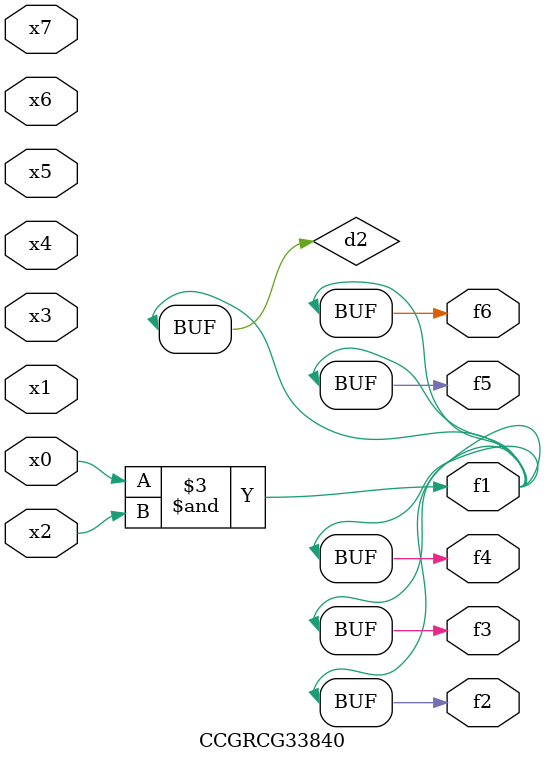
<source format=v>
module CCGRCG33840(
	input x0, x1, x2, x3, x4, x5, x6, x7,
	output f1, f2, f3, f4, f5, f6
);

	wire d1, d2;

	nor (d1, x3, x6);
	and (d2, x0, x2);
	assign f1 = d2;
	assign f2 = d2;
	assign f3 = d2;
	assign f4 = d2;
	assign f5 = d2;
	assign f6 = d2;
endmodule

</source>
